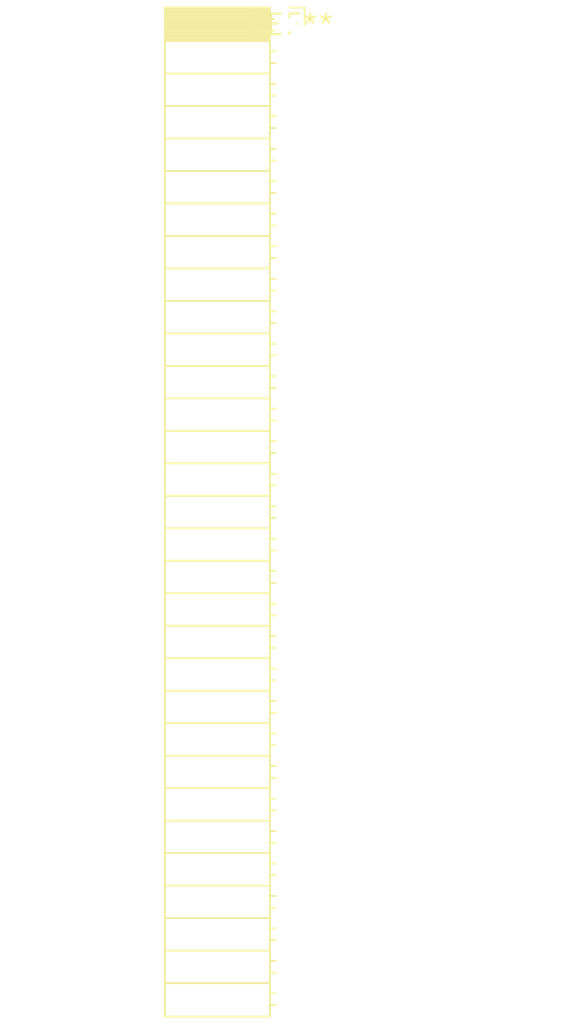
<source format=kicad_pcb>
(kicad_pcb (version 20240108) (generator pcbnew)
  (layers (0 "F.Cu" signal) (31 "B.Cu" signal) (34 "B.Paste" user) (35 "F.Paste" user) (36 "B.SilkS" user "B.Silkscreen") (37 "F.SilkS" user "F.Silkscreen") (38 "B.Mask" user) (39 "F.Mask" user) (44 "Edge.Cuts" user))
  (net 0 "")
  (footprint "PinSocket_1x31_P2.00mm_Horizontal" (layer "F.Cu") (at 0 0)
    (property "Reference" "REF**")
    (property "Value" "PinSocket_1x31_P2.00mm_Horizontal")
    (fp_line (start -7.68 -1.06) (end -7.68 61.06) (layer "F.SilkS") (stroke (width 0.12)))
    (fp_line (start -7.68 -1.06) (end -1.21 -1.06) (layer "F.SilkS") (stroke (width 0.12)))
    (fp_line (start -7.68 -0.94) (end -1.21 -0.94) (layer "F.SilkS") (stroke (width 0.12)))
    (fp_line (start -7.68 -0.825882) (end -1.21 -0.825882) (layer "F.SilkS") (stroke (width 0.12)))
    (fp_line (start -7.68 -0.711764) (end -1.21 -0.711764) (layer "F.SilkS") (stroke (width 0.12)))
    (fp_line (start -7.68 -0.597646) (end -1.21 -0.597646) (layer "F.SilkS") (stroke (width 0.12)))
    (fp_line (start -7.68 -0.483528) (end -1.21 -0.483528) (layer "F.SilkS") (stroke (width 0.12)))
    (fp_line (start -7.68 -0.36941) (end -1.21 -0.36941) (layer "F.SilkS") (stroke (width 0.12)))
    (fp_line (start -7.68 -0.255292) (end -1.21 -0.255292) (layer "F.SilkS") (stroke (width 0.12)))
    (fp_line (start -7.68 -0.141174) (end -1.21 -0.141174) (layer "F.SilkS") (stroke (width 0.12)))
    (fp_line (start -7.68 -0.027056) (end -1.21 -0.027056) (layer "F.SilkS") (stroke (width 0.12)))
    (fp_line (start -7.68 0.087062) (end -1.21 0.087062) (layer "F.SilkS") (stroke (width 0.12)))
    (fp_line (start -7.68 0.20118) (end -1.21 0.20118) (layer "F.SilkS") (stroke (width 0.12)))
    (fp_line (start -7.68 0.315298) (end -1.21 0.315298) (layer "F.SilkS") (stroke (width 0.12)))
    (fp_line (start -7.68 0.429416) (end -1.21 0.429416) (layer "F.SilkS") (stroke (width 0.12)))
    (fp_line (start -7.68 0.543534) (end -1.21 0.543534) (layer "F.SilkS") (stroke (width 0.12)))
    (fp_line (start -7.68 0.657652) (end -1.21 0.657652) (layer "F.SilkS") (stroke (width 0.12)))
    (fp_line (start -7.68 0.77177) (end -1.21 0.77177) (layer "F.SilkS") (stroke (width 0.12)))
    (fp_line (start -7.68 0.885888) (end -1.21 0.885888) (layer "F.SilkS") (stroke (width 0.12)))
    (fp_line (start -7.68 1) (end -1.21 1) (layer "F.SilkS") (stroke (width 0.12)))
    (fp_line (start -7.68 3) (end -1.21 3) (layer "F.SilkS") (stroke (width 0.12)))
    (fp_line (start -7.68 5) (end -1.21 5) (layer "F.SilkS") (stroke (width 0.12)))
    (fp_line (start -7.68 7) (end -1.21 7) (layer "F.SilkS") (stroke (width 0.12)))
    (fp_line (start -7.68 9) (end -1.21 9) (layer "F.SilkS") (stroke (width 0.12)))
    (fp_line (start -7.68 11) (end -1.21 11) (layer "F.SilkS") (stroke (width 0.12)))
    (fp_line (start -7.68 13) (end -1.21 13) (layer "F.SilkS") (stroke (width 0.12)))
    (fp_line (start -7.68 15) (end -1.21 15) (layer "F.SilkS") (stroke (width 0.12)))
    (fp_line (start -7.68 17) (end -1.21 17) (layer "F.SilkS") (stroke (width 0.12)))
    (fp_line (start -7.68 19) (end -1.21 19) (layer "F.SilkS") (stroke (width 0.12)))
    (fp_line (start -7.68 21) (end -1.21 21) (layer "F.SilkS") (stroke (width 0.12)))
    (fp_line (start -7.68 23) (end -1.21 23) (layer "F.SilkS") (stroke (width 0.12)))
    (fp_line (start -7.68 25) (end -1.21 25) (layer "F.SilkS") (stroke (width 0.12)))
    (fp_line (start -7.68 27) (end -1.21 27) (layer "F.SilkS") (stroke (width 0.12)))
    (fp_line (start -7.68 29) (end -1.21 29) (layer "F.SilkS") (stroke (width 0.12)))
    (fp_line (start -7.68 31) (end -1.21 31) (layer "F.SilkS") (stroke (width 0.12)))
    (fp_line (start -7.68 33) (end -1.21 33) (layer "F.SilkS") (stroke (width 0.12)))
    (fp_line (start -7.68 35) (end -1.21 35) (layer "F.SilkS") (stroke (width 0.12)))
    (fp_line (start -7.68 37) (end -1.21 37) (layer "F.SilkS") (stroke (width 0.12)))
    (fp_line (start -7.68 39) (end -1.21 39) (layer "F.SilkS") (stroke (width 0.12)))
    (fp_line (start -7.68 41) (end -1.21 41) (layer "F.SilkS") (stroke (width 0.12)))
    (fp_line (start -7.68 43) (end -1.21 43) (layer "F.SilkS") (stroke (width 0.12)))
    (fp_line (start -7.68 45) (end -1.21 45) (layer "F.SilkS") (stroke (width 0.12)))
    (fp_line (start -7.68 47) (end -1.21 47) (layer "F.SilkS") (stroke (width 0.12)))
    (fp_line (start -7.68 49) (end -1.21 49) (layer "F.SilkS") (stroke (width 0.12)))
    (fp_line (start -7.68 51) (end -1.21 51) (layer "F.SilkS") (stroke (width 0.12)))
    (fp_line (start -7.68 53) (end -1.21 53) (layer "F.SilkS") (stroke (width 0.12)))
    (fp_line (start -7.68 55) (end -1.21 55) (layer "F.SilkS") (stroke (width 0.12)))
    (fp_line (start -7.68 57) (end -1.21 57) (layer "F.SilkS") (stroke (width 0.12)))
    (fp_line (start -7.68 59) (end -1.21 59) (layer "F.SilkS") (stroke (width 0.12)))
    (fp_line (start -7.68 61.06) (end -1.21 61.06) (layer "F.SilkS") (stroke (width 0.12)))
    (fp_line (start -1.21 -1.06) (end -1.21 61.06) (layer "F.SilkS") (stroke (width 0.12)))
    (fp_line (start -1.21 -0.36) (end -0.935 -0.36) (layer "F.SilkS") (stroke (width 0.12)))
    (fp_line (start -1.21 0.36) (end -0.935 0.36) (layer "F.SilkS") (stroke (width 0.12)))
    (fp_line (start -1.21 1.64) (end -0.862917 1.64) (layer "F.SilkS") (stroke (width 0.12)))
    (fp_line (start -1.21 2.36) (end -0.862917 2.36) (layer "F.SilkS") (stroke (width 0.12)))
    (fp_line (start -1.21 3.64) (end -0.862917 3.64) (layer "F.SilkS") (stroke (width 0.12)))
    (fp_line (start -1.21 4.36) (end -0.862917 4.36) (layer "F.SilkS") (stroke (width 0.12)))
    (fp_line (start -1.21 5.64) (end -0.862917 5.64) (layer "F.SilkS") (stroke (width 0.12)))
    (fp_line (start -1.21 6.36) (end -0.862917 6.36) (layer "F.SilkS") (stroke (width 0.12)))
    (fp_line (start -1.21 7.64) (end -0.862917 7.64) (layer "F.SilkS") (stroke (width 0.12)))
    (fp_line (start -1.21 8.36) (end -0.862917 8.36) (layer "F.SilkS") (stroke (width 0.12)))
    (fp_line (start -1.21 9.64) (end -0.862917 9.64) (layer "F.SilkS") (stroke (width 0.12)))
    (fp_line (start -1.21 10.36) (end -0.862917 10.36) (layer "F.SilkS") (stroke (width 0.12)))
    (fp_line (start -1.21 11.64) (end -0.862917 11.64) (layer "F.SilkS") (stroke (width 0.12)))
    (fp_line (start -1.21 12.36) (end -0.862917 12.36) (layer "F.SilkS") (stroke (width 0.12)))
    (fp_line (start -1.21 13.64) (end -0.862917 13.64) (layer "F.SilkS") (stroke (width 0.12)))
    (fp_line (start -1.21 14.36) (end -0.862917 14.36) (layer "F.SilkS") (stroke (width 0.12)))
    (fp_line (start -1.21 15.64) (end -0.862917 15.64) (layer "F.SilkS") (stroke (width 0.12)))
    (fp_line (start -1.21 16.36) (end -0.862917 16.36) (layer "F.SilkS") (stroke (width 0.12)))
    (fp_line (start -1.21 17.64) (end -0.862917 17.64) (layer "F.SilkS") (stroke (width 0.12)))
    (fp_line (start -1.21 18.36) (end -0.862917 18.36) (layer "F.SilkS") (stroke (width 0.12)))
    (fp_line (start -1.21 19.64) (end -0.862917 19.64) (layer "F.SilkS") (stroke (width 0.12)))
    (fp_line (start -1.21 20.36) (end -0.862917 20.36) (layer "F.SilkS") (stroke (width 0.12)))
    (fp_line (start -1.21 21.64) (end -0.862917 21.64) (layer "F.SilkS") (stroke (width 0.12)))
    (fp_line (start -1.21 22.36) (end -0.862917 22.36) (layer "F.SilkS") (stroke (width 0.12)))
    (fp_line (start -1.21 23.64) (end -0.862917 23.64) (layer "F.SilkS") (stroke (width 0.12)))
    (fp_line (start -1.21 24.36) (end -0.862917 24.36) (layer "F.SilkS") (stroke (width 0.12)))
    (fp_line (start -1.21 25.64) (end -0.862917 25.64) (layer "F.SilkS") (stroke (width 0.12)))
    (fp_line (start -1.21 26.36) (end -0.862917 26.36) (layer "F.SilkS") (stroke (width 0.12)))
    (fp_line (start -1.21 27.64) (end -0.862917 27.64) (layer "F.SilkS") (stroke (width 0.12)))
    (fp_line (start -1.21 28.36) (end -0.862917 28.36) (layer "F.SilkS") (stroke (width 0.12)))
    (fp_line (start -1.21 29.64) (end -0.862917 29.64) (layer "F.SilkS") (stroke (width 0.12)))
    (fp_line (start -1.21 30.36) (end -0.862917 30.36) (layer "F.SilkS") (stroke (width 0.12)))
    (fp_line (start -1.21 31.64) (end -0.862917 31.64) (layer "F.SilkS") (stroke (width 0.12)))
    (fp_line (start -1.21 32.36) (end -0.862917 32.36) (layer "F.SilkS") (stroke (width 0.12)))
    (fp_line (start -1.21 33.64) (end -0.862917 33.64) (layer "F.SilkS") (stroke (width 0.12)))
    (fp_line (start -1.21 34.36) (end -0.862917 34.36) (layer "F.SilkS") (stroke (width 0.12)))
    (fp_line (start -1.21 35.64) (end -0.862917 35.64) (layer "F.SilkS") (stroke (width 0.12)))
    (fp_line (start -1.21 36.36) (end -0.862917 36.36) (layer "F.SilkS") (stroke (width 0.12)))
    (fp_line (start -1.21 37.64) (end -0.862917 37.64) (layer "F.SilkS") (stroke (width 0.12)))
    (fp_line (start -1.21 38.36) (end -0.862917 38.36) (layer "F.SilkS") (stroke (width 0.12)))
    (fp_line (start -1.21 39.64) (end -0.862917 39.64) (layer "F.SilkS") (stroke (width 0.12)))
    (fp_line (start -1.21 40.36) (end -0.862917 40.36) (layer "F.SilkS") (stroke (width 0.12)))
    (fp_line (start -1.21 41.64) (end -0.862917 41.64) (layer "F.SilkS") (stroke (width 0.12)))
    (fp_line (start -1.21 42.36) (end -0.862917 42.36) (layer "F.SilkS") (stroke (width 0.12)))
    (fp_line (start -1.21 43.64) (end -0.862917 43.64) (layer "F.SilkS") (stroke (width 0.12)))
    (fp_line (start -1.21 44.36) (end -0.862917 44.36) (layer "F.SilkS") (stroke (width 0.12)))
    (fp_line (start -1.21 45.64) (end -0.862917 45.64) (layer "F.SilkS") (stroke (width 0.12)))
    (fp_line (start -1.21 46.36) (end -0.862917 46.36) (layer "F.SilkS") (stroke (width 0.12)))
    (fp_line (start -1.21 47.64) (end -0.862917 47.64) (layer "F.SilkS") (stroke (width 0.12)))
    (fp_line (start -1.21 48.36) (end -0.862917 48.36) (layer "F.SilkS") (stroke (width 0.12)))
    (fp_line (start -1.21 49.64) (end -0.862917 49.64) (layer "F.SilkS") (stroke (width 0.12)))
    (fp_line (start -1.21 50.36) (end -0.862917 50.36) (layer "F.SilkS") (stroke (width 0.12)))
    (fp_line (start -1.21 51.64) (end -0.862917 51.64) (layer "F.SilkS") (stroke (width 0.12)))
    (fp_line (start -1.21 52.36) (end -0.862917 52.36) (layer "F.SilkS") (stroke (width 0.12)))
    (fp_line (start -1.21 53.64) (end -0.862917 53.64) (layer "F.SilkS") (stroke (width 0.12)))
    (fp_line (start -1.21 54.36) (end -0.862917 54.36) (layer "F.SilkS") (stroke (width 0.12)))
    (fp_line (start -1.21 55.64) (end -0.862917 55.64) (layer "F.SilkS") (stroke (width 0.12)))
    (fp_line (start -1.21 56.36) (end -0.862917 56.36) (layer "F.SilkS") (stroke (width 0.12)))
    (fp_line (start -1.21 57.64) (end -0.862917 57.64) (layer "F.SilkS") (stroke (width 0.12)))
    (fp_line (start -1.21 58.36) (end -0.862917 58.36) (layer "F.SilkS") (stroke (width 0.12)))
    (fp_line (start -1.21 59.64) (end -0.862917 59.64) (layer "F.SilkS") (stroke (width 0.12)))
    (fp_line (start -1.21 60.36) (end -0.862917 60.36) (layer "F.SilkS") (stroke (width 0.12)))
    (fp_line (start 0 -1.06) (end 0.935 -1.06) (layer "F.SilkS") (stroke (width 0.12)))
    (fp_line (start 0.935 -1.06) (end 0.935 0) (layer "F.SilkS") (stroke (width 0.12)))
    (pad "1" thru_hole rect (at 0 0) (size 1.35 1.35) (drill 0.8) (layers *.Cu *.Mask) (remove_unused_layers))
    (pad "2" thru_hole oval (at 0 2) (size 1.35 1.35) (drill 0.8) (layers *.Cu *.Mask) (remove_unused_layers))
    (pad "3" thru_hole oval (at 0 4) (size 1.35 1.35) (drill 0.8) (layers *.Cu *.Mask) (remove_unused_layers))
    (pad "4" thru_hole oval (at 0 6) (size 1.35 1.35) (drill 0.8) (layers *.Cu *.Mask) (remove_unused_layers))
    (pad "5" thru_hole oval (at 0 8) (size 1.35 1.35) (drill 0.8) (layers *.Cu *.Mask) (remove_unused_layers))
    (pad "6" thru_hole oval (at 0 10) (size 1.35 1.35) (drill 0.8) (layers *.Cu *.Mask) (remove_unused_layers))
    (pad "7" thru_hole oval (at 0 12) (size 1.35 1.35) (drill 0.8) (layers *.Cu *.Mask) (remove_unused_layers))
    (pad "8" thru_hole oval (at 0 14) (size 1.35 1.35) (drill 0.8) (layers *.Cu *.Mask) (remove_unused_layers))
    (pad "9" thru_hole oval (at 0 16) (size 1.35 1.35) (drill 0.8) (layers *.Cu *.Mask) (remove_unused_layers))
    (pad "10" thru_hole oval (at 0 18) (size 1.35 1.35) (drill 0.8) (layers *.Cu *.Mask) (remove_unused_layers))
    (pad "11" thru_hole oval (at 0 20) (size 1.35 1.35) (drill 0.8) (layers *.Cu *.Mask) (remove_unused_layers))
    (pad "12" thru_hole oval (at 0 22) (size 1.35 1.35) (drill 0.8) (layers *.Cu *.Mask) (remove_unused_layers))
    (pad "13" thru_hole oval (at 0 24) (size 1.35 1.35) (drill 0.8) (layers *.Cu *.Mask) (remove_unused_layers))
    (pad "14" thru_hole oval (at 0 26) (size 1.35 1.35) (drill 0.8) (layers *.Cu *.Mask) (remove_unused_layers))
    (pad "15" thru_hole oval (at 0 28) (size 1.35 1.35) (drill 0.8) (layers *.Cu *.Mask) (remove_unused_layers))
    (pad "16" thru_hole oval (at 0 30) (size 1.35 1.35) (drill 0.8) (layers *.Cu *.Mask) (remove_unused_layers))
    (pad "17" thru_hole oval (at 0 32) (size 1.35 1.35) (drill 0.8) (layers *.Cu *.Mask) (remove_unused_layers))
    (pad "18" thru_hole oval (at 0 34) (size 1.35 1.35) (drill 0.8) (layers *.Cu *.Mask) (remove_unused_layers))
    (pad "19" thru_hole oval (at 0 36) (size 1.35 1.35) (drill 0.8) (layers *.Cu *.Mask) (remove_unused_layers))
    (pad "20" thru_hole oval (at 0 38) (size 1.35 1.35) (drill 0.8) (layers *.Cu *.Mask) (remove_unused_layers))
    (pad "21" thru_hole oval (at 0 40) (size 1.35 1.35) (drill 0.8) (layers *.Cu *.Mask) (remove_unused_layers))
    (pad "22" thru_hole oval (at 0 42) (size 1.35 1.35) (drill 0.8) (layers *.Cu *.Mask) (remove_unused_layers))
    (pad "23" thru_hole oval (at 0 44) (size 1.35 1.35) (drill 0.8) (layers *.Cu *.Mask) (remove_unused_layers))
    (pad "24" thru_hole oval (at 0 46) (size 1.35 1.35) (drill 0.8) (layers *.Cu *.Mask) (remove_unused_layers))
    (pad "25" thru_hole oval (at 0 48) (size 1.35 1.35) (drill 0.8) (layers *.Cu *.Mask) (remove_unused_layers))
    (pad "26" thru_hole oval (at 0 50) (size 1.35 1.35) (drill 0.8) (layers *.Cu *.Mask) (remove_unused_layers))
    (pad "27" thru_hole oval (at 0 52) (size 1.35 1.35) (drill 0.8) (layers *.Cu *.Mask) (remove_unused_layers))
    (pad "28" thru_hole oval (at 0 54) (size 1.35 1.35) (drill 0.8) (layers *.Cu *.Mask) (remove_unused_layers))
    (pad "29" thru_hole oval (at 0 56) (size 1.35 1.35) (drill 0.8) (layers *.Cu *.Mask) (remove_unused_layers))
    (pad "30" thru_hole oval (at 0 58) (size 1.35 1.35) (drill 0.8) (layers *.Cu *.Mask) (remove_unused_layers))
    (pad "31" thru_hole oval (at 0 60) (size 1.35 1.35) (drill 0.8) (layers *.Cu *.Mask) (remove_unused_layers))
  )
)
</source>
